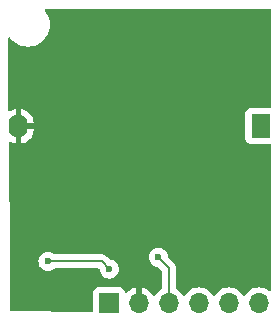
<source format=gbr>
%TF.GenerationSoftware,KiCad,Pcbnew,8.0.6*%
%TF.CreationDate,2024-10-19T09:18:50-03:00*%
%TF.ProjectId,keychain-uv-index,6b657963-6861-4696-9e2d-75762d696e64,rev?*%
%TF.SameCoordinates,Original*%
%TF.FileFunction,Copper,L2,Bot*%
%TF.FilePolarity,Positive*%
%FSLAX46Y46*%
G04 Gerber Fmt 4.6, Leading zero omitted, Abs format (unit mm)*
G04 Created by KiCad (PCBNEW 8.0.6) date 2024-10-19 09:18:50*
%MOMM*%
%LPD*%
G01*
G04 APERTURE LIST*
%TA.AperFunction,ComponentPad*%
%ADD10R,1.700000X1.700000*%
%TD*%
%TA.AperFunction,ComponentPad*%
%ADD11O,1.700000X1.700000*%
%TD*%
%TA.AperFunction,ComponentPad*%
%ADD12R,1.600000X2.000000*%
%TD*%
%TA.AperFunction,ComponentPad*%
%ADD13O,1.600000X2.000000*%
%TD*%
%TA.AperFunction,ViaPad*%
%ADD14C,0.600000*%
%TD*%
%TA.AperFunction,Conductor*%
%ADD15C,0.200000*%
%TD*%
G04 APERTURE END LIST*
D10*
%TO.P,J1,1,Pin_1*%
%TO.N,VCC*%
X72450000Y-69800000D03*
D11*
%TO.P,J1,2,Pin_2*%
%TO.N,GND*%
X74990000Y-69800000D03*
%TO.P,J1,3,Pin_3*%
%TO.N,PB5-reset*%
X77530000Y-69800000D03*
%TO.P,J1,4,Pin_4*%
%TO.N,A*%
X80070000Y-69800000D03*
%TO.P,J1,5,Pin_5*%
%TO.N,B*%
X82610000Y-69800000D03*
%TO.P,J1,6,Pin_6*%
%TO.N,C*%
X85150000Y-69800000D03*
%TD*%
D12*
%TO.P,BT1,1,+*%
%TO.N,Net-(BT1-+)*%
X85300000Y-54800000D03*
D13*
%TO.P,BT1,2,-*%
%TO.N,GND*%
X64800000Y-54800000D03*
%TD*%
D14*
%TO.N,PB5-reset*%
X76650000Y-65900000D03*
%TO.N,Net-(C2-Pad2)*%
X67300000Y-66250000D03*
X72500000Y-66900000D03*
%TO.N,GND*%
X67400000Y-62670000D03*
X64350000Y-69300000D03*
X68850000Y-56600000D03*
X73000000Y-54550000D03*
X67900000Y-52100000D03*
X72950000Y-46200000D03*
%TD*%
D15*
%TO.N,PB5-reset*%
X77530000Y-66780000D02*
X76650000Y-65900000D01*
X77530000Y-69800000D02*
X77530000Y-66780000D01*
%TO.N,Net-(C2-Pad2)*%
X71850000Y-66250000D02*
X67300000Y-66250000D01*
X72500000Y-66900000D02*
X71850000Y-66250000D01*
%TD*%
%TA.AperFunction,Conductor*%
%TO.N,GND*%
G36*
X86143039Y-44869685D02*
G01*
X86188794Y-44922489D01*
X86200000Y-44974000D01*
X86200000Y-53175500D01*
X86180315Y-53242539D01*
X86127511Y-53288294D01*
X86076000Y-53299500D01*
X84452129Y-53299500D01*
X84452123Y-53299501D01*
X84392516Y-53305908D01*
X84257671Y-53356202D01*
X84257664Y-53356206D01*
X84142455Y-53442452D01*
X84142452Y-53442455D01*
X84056206Y-53557664D01*
X84056202Y-53557671D01*
X84005908Y-53692517D01*
X83999501Y-53752116D01*
X83999500Y-53752135D01*
X83999500Y-55847870D01*
X83999501Y-55847876D01*
X84005908Y-55907483D01*
X84056202Y-56042328D01*
X84056206Y-56042335D01*
X84142452Y-56157544D01*
X84142455Y-56157547D01*
X84257664Y-56243793D01*
X84257671Y-56243797D01*
X84392517Y-56294091D01*
X84392516Y-56294091D01*
X84399444Y-56294835D01*
X84452127Y-56300500D01*
X86076000Y-56300499D01*
X86143039Y-56320184D01*
X86188794Y-56372987D01*
X86200000Y-56424499D01*
X86200000Y-68648359D01*
X86180315Y-68715398D01*
X86127511Y-68761153D01*
X86058353Y-68771097D01*
X86004877Y-68749934D01*
X85827834Y-68625967D01*
X85827830Y-68625965D01*
X85822085Y-68623286D01*
X85613663Y-68526097D01*
X85613659Y-68526096D01*
X85613655Y-68526094D01*
X85385413Y-68464938D01*
X85385403Y-68464936D01*
X85150001Y-68444341D01*
X85149999Y-68444341D01*
X84914596Y-68464936D01*
X84914586Y-68464938D01*
X84686344Y-68526094D01*
X84686335Y-68526098D01*
X84472171Y-68625964D01*
X84472169Y-68625965D01*
X84278597Y-68761505D01*
X84111505Y-68928597D01*
X83981575Y-69114158D01*
X83926998Y-69157783D01*
X83857500Y-69164977D01*
X83795145Y-69133454D01*
X83778425Y-69114158D01*
X83648494Y-68928597D01*
X83481402Y-68761506D01*
X83481395Y-68761501D01*
X83287834Y-68625967D01*
X83287830Y-68625965D01*
X83282085Y-68623286D01*
X83073663Y-68526097D01*
X83073659Y-68526096D01*
X83073655Y-68526094D01*
X82845413Y-68464938D01*
X82845403Y-68464936D01*
X82610001Y-68444341D01*
X82609999Y-68444341D01*
X82374596Y-68464936D01*
X82374586Y-68464938D01*
X82146344Y-68526094D01*
X82146335Y-68526098D01*
X81932171Y-68625964D01*
X81932169Y-68625965D01*
X81738597Y-68761505D01*
X81571505Y-68928597D01*
X81441575Y-69114158D01*
X81386998Y-69157783D01*
X81317500Y-69164977D01*
X81255145Y-69133454D01*
X81238425Y-69114158D01*
X81108494Y-68928597D01*
X80941402Y-68761506D01*
X80941395Y-68761501D01*
X80747834Y-68625967D01*
X80747830Y-68625965D01*
X80742085Y-68623286D01*
X80533663Y-68526097D01*
X80533659Y-68526096D01*
X80533655Y-68526094D01*
X80305413Y-68464938D01*
X80305403Y-68464936D01*
X80070001Y-68444341D01*
X80069999Y-68444341D01*
X79834596Y-68464936D01*
X79834586Y-68464938D01*
X79606344Y-68526094D01*
X79606335Y-68526098D01*
X79392171Y-68625964D01*
X79392169Y-68625965D01*
X79198597Y-68761505D01*
X79031505Y-68928597D01*
X78901575Y-69114158D01*
X78846998Y-69157783D01*
X78777500Y-69164977D01*
X78715145Y-69133454D01*
X78698425Y-69114158D01*
X78568494Y-68928597D01*
X78401402Y-68761506D01*
X78401395Y-68761501D01*
X78207831Y-68625965D01*
X78207826Y-68625962D01*
X78202091Y-68623288D01*
X78149653Y-68577113D01*
X78130500Y-68510908D01*
X78130500Y-66869059D01*
X78130501Y-66869046D01*
X78130501Y-66700945D01*
X78130501Y-66700943D01*
X78089577Y-66548215D01*
X78041804Y-66465470D01*
X78026162Y-66438377D01*
X78010521Y-66411285D01*
X77894385Y-66295149D01*
X77894374Y-66295139D01*
X77480700Y-65881465D01*
X77447215Y-65820142D01*
X77445163Y-65807686D01*
X77435368Y-65720745D01*
X77375789Y-65550478D01*
X77279816Y-65397738D01*
X77152262Y-65270184D01*
X76999523Y-65174211D01*
X76829254Y-65114631D01*
X76829249Y-65114630D01*
X76650004Y-65094435D01*
X76649996Y-65094435D01*
X76470750Y-65114630D01*
X76470745Y-65114631D01*
X76300476Y-65174211D01*
X76147737Y-65270184D01*
X76020184Y-65397737D01*
X75924211Y-65550476D01*
X75864631Y-65720745D01*
X75864630Y-65720750D01*
X75844435Y-65899996D01*
X75844435Y-65900003D01*
X75864630Y-66079249D01*
X75864631Y-66079254D01*
X75924211Y-66249523D01*
X76017341Y-66397737D01*
X76020184Y-66402262D01*
X76147738Y-66529816D01*
X76300478Y-66625789D01*
X76470745Y-66685368D01*
X76557669Y-66695161D01*
X76622080Y-66722226D01*
X76631465Y-66730700D01*
X76893181Y-66992416D01*
X76926666Y-67053739D01*
X76929500Y-67080097D01*
X76929500Y-68510908D01*
X76909815Y-68577947D01*
X76857914Y-68623286D01*
X76852173Y-68625963D01*
X76852169Y-68625965D01*
X76658597Y-68761505D01*
X76491508Y-68928594D01*
X76361269Y-69114595D01*
X76306692Y-69158219D01*
X76237193Y-69165412D01*
X76174839Y-69133890D01*
X76158119Y-69114594D01*
X76028113Y-68928926D01*
X76028108Y-68928920D01*
X75861082Y-68761894D01*
X75667578Y-68626399D01*
X75453492Y-68526570D01*
X75453486Y-68526567D01*
X75240000Y-68469364D01*
X75240000Y-69366988D01*
X75182993Y-69334075D01*
X75055826Y-69300000D01*
X74924174Y-69300000D01*
X74797007Y-69334075D01*
X74740000Y-69366988D01*
X74740000Y-68469364D01*
X74739999Y-68469364D01*
X74526513Y-68526567D01*
X74526507Y-68526570D01*
X74312422Y-68626399D01*
X74312420Y-68626400D01*
X74118926Y-68761886D01*
X73996865Y-68883947D01*
X73935542Y-68917431D01*
X73865850Y-68912447D01*
X73809917Y-68870575D01*
X73793002Y-68839598D01*
X73743797Y-68707671D01*
X73743793Y-68707664D01*
X73657547Y-68592455D01*
X73657544Y-68592452D01*
X73542335Y-68506206D01*
X73542328Y-68506202D01*
X73407482Y-68455908D01*
X73407483Y-68455908D01*
X73347883Y-68449501D01*
X73347881Y-68449500D01*
X73347873Y-68449500D01*
X73347864Y-68449500D01*
X71552129Y-68449500D01*
X71552123Y-68449501D01*
X71492516Y-68455908D01*
X71357671Y-68506202D01*
X71357664Y-68506206D01*
X71242455Y-68592452D01*
X71242452Y-68592455D01*
X71156206Y-68707664D01*
X71156202Y-68707671D01*
X71105908Y-68842517D01*
X71099501Y-68902116D01*
X71099500Y-68902135D01*
X71099500Y-70403768D01*
X71079815Y-70470807D01*
X71027011Y-70516562D01*
X70974097Y-70527760D01*
X64221412Y-70451373D01*
X64154600Y-70430931D01*
X64109445Y-70377613D01*
X64098821Y-70328585D01*
X64059223Y-66249996D01*
X66494435Y-66249996D01*
X66494435Y-66250003D01*
X66514630Y-66429249D01*
X66514631Y-66429254D01*
X66574211Y-66599523D01*
X66650384Y-66720750D01*
X66670184Y-66752262D01*
X66797738Y-66879816D01*
X66950478Y-66975789D01*
X67101789Y-67028735D01*
X67120745Y-67035368D01*
X67120750Y-67035369D01*
X67299996Y-67055565D01*
X67300000Y-67055565D01*
X67300004Y-67055565D01*
X67479249Y-67035369D01*
X67479252Y-67035368D01*
X67479255Y-67035368D01*
X67649522Y-66975789D01*
X67802262Y-66879816D01*
X67802267Y-66879810D01*
X67805097Y-66877555D01*
X67807275Y-66876665D01*
X67808158Y-66876111D01*
X67808255Y-66876265D01*
X67869783Y-66851145D01*
X67882412Y-66850500D01*
X71549903Y-66850500D01*
X71616942Y-66870185D01*
X71637584Y-66886819D01*
X71669298Y-66918533D01*
X71702783Y-66979856D01*
X71704837Y-66992330D01*
X71714630Y-67079249D01*
X71774210Y-67249521D01*
X71870184Y-67402262D01*
X71997738Y-67529816D01*
X72150478Y-67625789D01*
X72320745Y-67685368D01*
X72320750Y-67685369D01*
X72499996Y-67705565D01*
X72500000Y-67705565D01*
X72500004Y-67705565D01*
X72679249Y-67685369D01*
X72679252Y-67685368D01*
X72679255Y-67685368D01*
X72849522Y-67625789D01*
X73002262Y-67529816D01*
X73129816Y-67402262D01*
X73225789Y-67249522D01*
X73285368Y-67079255D01*
X73285369Y-67079249D01*
X73305565Y-66900003D01*
X73305565Y-66899996D01*
X73285369Y-66720750D01*
X73285368Y-66720745D01*
X73252141Y-66625789D01*
X73225789Y-66550478D01*
X73129816Y-66397738D01*
X73002262Y-66270184D01*
X72970144Y-66250003D01*
X72849521Y-66174210D01*
X72679249Y-66114630D01*
X72592330Y-66104837D01*
X72527916Y-66077770D01*
X72518533Y-66069298D01*
X72337590Y-65888355D01*
X72337588Y-65888352D01*
X72218717Y-65769481D01*
X72218709Y-65769475D01*
X72116936Y-65710717D01*
X72116934Y-65710716D01*
X72081790Y-65690425D01*
X72081789Y-65690424D01*
X72069263Y-65687067D01*
X71929057Y-65649499D01*
X71770943Y-65649499D01*
X71763347Y-65649499D01*
X71763331Y-65649500D01*
X67882412Y-65649500D01*
X67815373Y-65629815D01*
X67805097Y-65622445D01*
X67802263Y-65620185D01*
X67802262Y-65620184D01*
X67691326Y-65550478D01*
X67649523Y-65524211D01*
X67479254Y-65464631D01*
X67479249Y-65464630D01*
X67300004Y-65444435D01*
X67299996Y-65444435D01*
X67120750Y-65464630D01*
X67120745Y-65464631D01*
X66950476Y-65524211D01*
X66797737Y-65620184D01*
X66670184Y-65747737D01*
X66574211Y-65900476D01*
X66514631Y-66070745D01*
X66514630Y-66070750D01*
X66494435Y-66249996D01*
X64059223Y-66249996D01*
X63961995Y-56235587D01*
X63981028Y-56168362D01*
X64033385Y-56122097D01*
X64102444Y-56111483D01*
X64142284Y-56123901D01*
X64300968Y-56204755D01*
X64495578Y-56267988D01*
X64550000Y-56276607D01*
X64550000Y-55146409D01*
X64635956Y-55196037D01*
X64744048Y-55225000D01*
X64855952Y-55225000D01*
X64964044Y-55196037D01*
X65050000Y-55146409D01*
X65050000Y-56276606D01*
X65104421Y-56267988D01*
X65299031Y-56204754D01*
X65481349Y-56111859D01*
X65646894Y-55991582D01*
X65646895Y-55991582D01*
X65791582Y-55846895D01*
X65791582Y-55846894D01*
X65911859Y-55681349D01*
X66004755Y-55499031D01*
X66067990Y-55304417D01*
X66100000Y-55102317D01*
X66100000Y-55050000D01*
X65146410Y-55050000D01*
X65196037Y-54964044D01*
X65225000Y-54855952D01*
X65225000Y-54744048D01*
X65196037Y-54635956D01*
X65146410Y-54550000D01*
X66100000Y-54550000D01*
X66100000Y-54497682D01*
X66067990Y-54295582D01*
X66004755Y-54100968D01*
X65911859Y-53918650D01*
X65791582Y-53753105D01*
X65791582Y-53753104D01*
X65646895Y-53608417D01*
X65481349Y-53488140D01*
X65299029Y-53395244D01*
X65104413Y-53332009D01*
X65050000Y-53323390D01*
X65050000Y-54453590D01*
X64964044Y-54403963D01*
X64855952Y-54375000D01*
X64744048Y-54375000D01*
X64635956Y-54403963D01*
X64550000Y-54453590D01*
X64550000Y-53323390D01*
X64495586Y-53332009D01*
X64300967Y-53395245D01*
X64114568Y-53490219D01*
X64045899Y-53503115D01*
X63981159Y-53476838D01*
X63940902Y-53419731D01*
X63934280Y-53380942D01*
X63900505Y-49902140D01*
X63900500Y-49900940D01*
X63900500Y-47407109D01*
X63920185Y-47340070D01*
X63972989Y-47294315D01*
X64042147Y-47284371D01*
X64105703Y-47313396D01*
X64123761Y-47332791D01*
X64190219Y-47421569D01*
X64190226Y-47421578D01*
X64190234Y-47421587D01*
X64378412Y-47609765D01*
X64378430Y-47609781D01*
X64591486Y-47769272D01*
X64591494Y-47769277D01*
X64825079Y-47896825D01*
X64825083Y-47896827D01*
X64825085Y-47896828D01*
X65074456Y-47989838D01*
X65204491Y-48018125D01*
X65334520Y-48046412D01*
X65334522Y-48046412D01*
X65334526Y-48046413D01*
X65570441Y-48063285D01*
X65599999Y-48065400D01*
X65600000Y-48065400D01*
X65600001Y-48065400D01*
X65626596Y-48063497D01*
X65865474Y-48046413D01*
X66125544Y-47989838D01*
X66374915Y-47896828D01*
X66608511Y-47769274D01*
X66821577Y-47609775D01*
X67009775Y-47421577D01*
X67169274Y-47208511D01*
X67296828Y-46974915D01*
X67389838Y-46725544D01*
X67446413Y-46465474D01*
X67465400Y-46200000D01*
X67446413Y-45934526D01*
X67389838Y-45674456D01*
X67296828Y-45425085D01*
X67169274Y-45191489D01*
X67062092Y-45048310D01*
X67037675Y-44982846D01*
X67052527Y-44914573D01*
X67101932Y-44865168D01*
X67161359Y-44850000D01*
X86076000Y-44850000D01*
X86143039Y-44869685D01*
G37*
%TD.AperFunction*%
%TD*%
M02*

</source>
